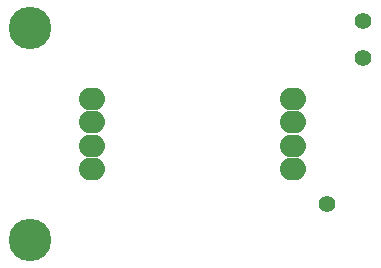
<source format=gbs>
G04 #@! TF.GenerationSoftware,KiCad,Pcbnew,(5.1.2)-1*
G04 #@! TF.CreationDate,2019-10-13T00:02:13+09:00*
G04 #@! TF.ProjectId,IR,49522e6b-6963-4616-945f-706362585858,v1.1*
G04 #@! TF.SameCoordinates,Original*
G04 #@! TF.FileFunction,Soldermask,Bot*
G04 #@! TF.FilePolarity,Negative*
%FSLAX46Y46*%
G04 Gerber Fmt 4.6, Leading zero omitted, Abs format (unit mm)*
G04 Created by KiCad (PCBNEW (5.1.2)-1) date 2019-10-13 00:02:13*
%MOMM*%
%LPD*%
G04 APERTURE LIST*
%ADD10C,3.600000*%
%ADD11O,2.200000X1.924000*%
%ADD12C,1.400000*%
G04 APERTURE END LIST*
D10*
X180000000Y-120000000D03*
D11*
X185200000Y-114000000D03*
X185200000Y-112000000D03*
X185200000Y-110000000D03*
X185200000Y-108000000D03*
X202200000Y-108000000D03*
X202200000Y-110000000D03*
X202200000Y-112000000D03*
X202200000Y-114000000D03*
D12*
X205100000Y-116900000D03*
X208200000Y-101400000D03*
X208200000Y-104600000D03*
D10*
X180000000Y-102000000D03*
M02*

</source>
